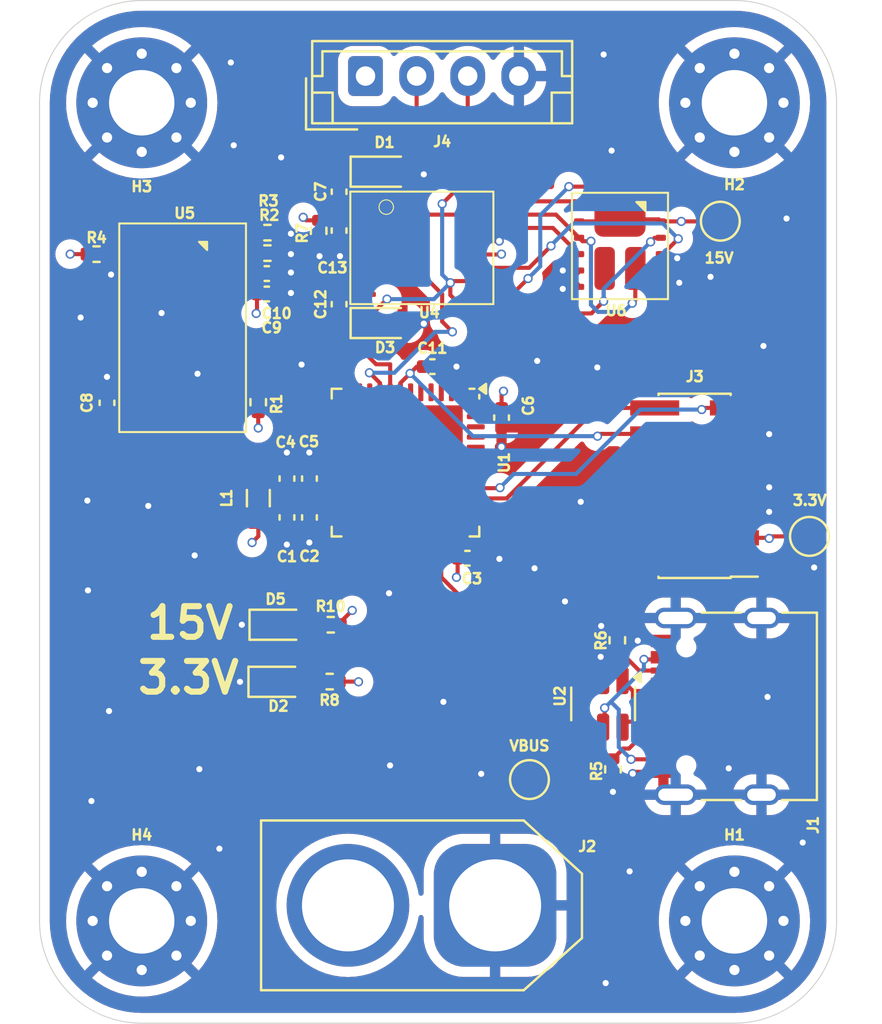
<source format=kicad_pcb>
(kicad_pcb (version 20240108) (generator "pcbnew") (generator_version "8.0")
  (layers (0 "F.Cu" signal) (1 "In1.Cu" signal) (2 "In2.Cu" signal) (31 "B.Cu" signal) (34 "B.Paste" user) (35 "F.Paste" user) (36 "B.SilkS" user "B.Silkscreen") (37 "F.SilkS" user "F.Silkscreen") (38 "B.Mask" user) (39 "F.Mask" user) (44 "Edge.Cuts" user))
  (net 0 "")
  (net 1 "+3.3V")
  (net 2 "GND")
  (net 3 "+3.3VA")
  (net 4 "Net-(U4-BHB)")
  (net 5 "S1{slash}D2")
  (net 6 "+15V")
  (net 7 "Net-(U5-VCC)")
  (net 8 "NRST")
  (net 9 "Net-(U4-AHB)")
  (net 10 "D3{slash}S4")
  (net 12 "VBUS")
  (net 13 "D-")
  (net 14 "Net-(J1-CC2)")
  (net 15 "Net-(J1-CC1)")
  (net 16 "D+")
  (net 18 "SWCLK")
  (net 23 "SWDIO")
  (net 24 "UART_DEBUG_TX")
  (net 25 "UART_DEBUG_RX")
  (net 27 "Net-(U5-FB)")
  (net 28 "Net-(U5-FSW)")
  (net 29 "Net-(U5-PG)")
  (net 37 "TIM2_CH2_PWM")
  (net 41 "TIM2_CH1_PWM")
  (net 49 "USB_DM")
  (net 60 "USB_DP")
  (net 65 "Gate_3")
  (net 67 "Gate_1")
  (net 70 "Gate_2")
  (net 71 "Gate_4")
  (net 72 "Net-(U5-EN)")
  (net 76 "Net-(D2-A)")
  (net 77 "Net-(D5-A)")
  (footprint "Capacitor_SMD:C_0402_1005Metric" (layer "F.Cu") (at 173.65625 55.34875 90)
    (property "Reference" "C7")
    (property "Value" "100n")
  )
  (footprint "Resistor_SMD:R_0402_1005Metric" (layer "F.Cu") (at 173.25 76.52 180)
    (property "Reference" "R10")
    (property "Value" "820")
  )
  (footprint "Diode_SMD:D_0603_1608Metric_Pad1.05x0.95mm_HandSolder" (layer "F.Cu") (at 175.88125 61.76875)
    (property "Reference" "D3")
    (property "Value" "D_Schottky_Small")
  )
  (footprint "Capacitor_SMD:C_0402_1005Metric" (layer "F.Cu") (at 171.10625 69.37375 90)
    (property "Reference" "C4")
    (property "Value" "10n")
  )
  (footprint "Resistor_SMD:R_0402_1005Metric" (layer "F.Cu") (at 170.15 58.35)
    (property "Reference" "R2")
    (property "Value" "137k")
  )
  (footprint "TestPoint:TestPoint_Pad_D1.5mm" (layer "F.Cu") (at 182.97 84.09)
    (property "Reference" "VBUS")
    (property "Value" "TestPoint")
  )
  (footprint "Capacitor_SMD:C_0402_1005Metric" (layer "F.Cu") (at 162.3 65.67 90)
    (property "Reference" "C8")
    (property "Value" "47u")
  )
  (footprint "Connector_AMASS:AMASS_XT60-M_1x02_P7.20mm_Vertical" (layer "F.Cu") (at 181.29 90.24 180)
    (property "Reference" "J2")
    (property "Value" "Conn_01x02")
  )
  (footprint "Resistor_SMD:R_0402_1005Metric" (layer "F.Cu") (at 187.27 77.28 90)
    (property "Reference" "R6")
    (property "Value" "5.1k")
  )
  (footprint "TestPoint:TestPoint_Pad_D1.5mm" (layer "F.Cu") (at 192.31 56.79)
    (property "Reference" "15V")
    (property "Value" "TestPoint")
  )
  (footprint "Capacitor_SMD:C_0402_1005Metric" (layer "F.Cu") (at 173.65625 57.24875 -90)
    (property "Reference" "C13")
    (property "Value" "100n")
  )
  (footprint "Capacitor_SMD:C_0402_1005Metric" (layer "F.Cu") (at 172.20625 71.27375 -90)
    (property "Reference" "C2")
    (property "Value" "100n")
  )
  (footprint "Maker_Library_PCB:171013801" (layer "F.Cu") (at 166 62 180)
    (property "Reference" "U5")
    (property "Value" "~")
  )
  (footprint "MountingHole:MountingHole_3.2mm_M3_Pad_Via" (layer "F.Cu") (at 164 91)
    (property "Reference" "H4")
    (property "Value" "MountingHole_Pad")
  )
  (footprint "MountingHole:MountingHole_3.2mm_M3_Pad_Via" (layer "F.Cu") (at 164 51)
    (property "Reference" "H3")
    (property "Value" "MountingHole_Pad")
  )
  (footprint "Capacitor_SMD:C_0402_1005Metric" (layer "F.Cu") (at 181.60625 66.39375 -90)
    (property "Reference" "C6")
    (property "Value" "100n")
  )
  (footprint "MountingHole:MountingHole_3.2mm_M3_Pad_Via" (layer "F.Cu") (at 193 51)
    (property "Reference" "H2")
    (property "Value" "MountingHole_Pad")
  )
  (footprint "Capacitor_SMD:C_0402_1005Metric" (layer "F.Cu") (at 178.22 63.9)
    (property "Reference" "C11")
    (property "Value" "100n")
  )
  (footprint "Capacitor_SMD:C_0402_1005Metric" (layer "F.Cu") (at 173.65625 60.84875 -90)
    (property "Reference" "C12")
    (property "Value" "100n")
  )
  (footprint "Capacitor_SMD:C_0402_1005Metric" (layer "F.Cu") (at 170.12 60.35)
    (property "Reference" "C9")
    (property "Value" "10u")
  )
  (footprint "LED_SMD:LED_0603_1608Metric" (layer "F.Cu") (at 170.7075 79.31)
    (property "Reference" "D2")
    (property "Value" "RED_LED")
  )
  (footprint "LED_SMD:LED_0603_1608Metric" (layer "F.Cu") (at 170.76 76.52)
    (property "Reference" "D5")
    (property "Value" "RED_LED")
  )
  (footprint "MountingHole:MountingHole_3.2mm_M3_Pad_Via" (layer "F.Cu") (at 193 91)
    (property "Reference" "H1")
    (property "Value" "MountingHole_Pad")
  )
  (footprint "Resistor_SMD:R_0402_1005Metric" (layer "F.Cu") (at 169.7 65.64 90)
    (property "Reference" "R1")
    (property "Value" "402k")
  )
  (footprint "Resistor_SMD:R_0402_1005Metric" (layer "F.Cu") (at 187.055 83.59 -90)
    (property "Reference" "R5")
    (property "Value" "5.1k")
  )
  (footprint "Package_DFN_QFN:QFN-48-1EP_7x7mm_P0.5mm_EP5.6x5.6mm" (layer "F.Cu") (at 176.90625 68.59375 -90)
    (property "Reference" "U1")
    (property "Value" "STM32G431CBUx")
  )
  (footprint "Diode_SMD:D_0603_1608Metric_Pad1.05x0.95mm_HandSolder" (layer "F.Cu") (at 175.88125 54.36875)
    (property "Reference" "D1")
    (property "Value" "D_Schottky_Small")
  )
  (footprint "Resistor_SMD:R_0402_1005Metric" (layer "F.Cu") (at 170.15 57.35)
    (property "Reference" "R3")
    (property "Value" "5.6k")
  )
  (footprint "TestPoint:TestPoint_Pad_D1.5mm" (layer "F.Cu") (at 196.67 72.2)
    (property "Reference" "3.3V")
    (property "Value" "TestPoint")
  )
  (footprint "Resistor_SMD:R_0402_1005Metric" (layer "F.Cu") (at 172.65625 57.25875 -90)
    (property "Reference" "R7")
    (property "Value" "10k")
  )
  (footprint "Connector_USB:USB_C_Receptacle_G-Switch_GT-USB-7010ASV" (layer "F.Cu") (at 193.25 80.51 90)
    (property "Reference" "J1")
    (property "Value" "USB_C_Receptacle_USB2.0_16P")
  )
  (footprint "Capacitor_SMD:C_0402_1005Metric" (layer "F.Cu") (at 172.20625 69.37375 90)
    (property "Reference" "C5")
    (property "Value" "1u")
  )
  (footprint "Maker_Library_PCB:MIC4606-2YTS-TR" (layer "F.Cu") (at 174.45625 58.09375 -90)
    (property "Reference" "U4")
    (property "Value" "~")
  )
  (footprint "Maker_Library_PCB:FDMQ86530L" (layer "F.Cu") (at 187.1 57.8)
    (property "Reference" "U6")
    (property "Value" "~")
  )
  (footprint "Connector_PinHeader_1.27mm:PinHeader_2x07_P1.27mm_Vertical_SMD" (layer "F.Cu") (at 191.05 69.73 180)
    (property "Reference" "J3")
    (property "Value" "Conn_ST_STDC14")
  )
  (footprint "Capacitor_SMD:C_0402_1005Metric" (layer "F.Cu") (at 179.93625 73.26875)
    (property "Reference" "C3")
    (property "Value" "100n")
  )
  (footprint "Capacitor_SMD:C_0402_1005Metric" (layer "F.Cu") (at 171.10625 71.27375 -90)
    (property "Reference" "C1")
    (property "Value" "4u7")
  )
  (footprint "Resistor_SMD:R_0402_1005Metric" (layer "F.Cu") (at 173.1975 79.3 180)
    (property "Reference" "R8")
    (property "Value" "5k6")
  )
  (footprint "Package_TO_SOT_SMD:SOT-23-6" (layer "F.Cu") (at 186.575 80.39 -90)
    (property "Reference" "U2")
    (property "Value" "USBLC6-2SC6")
  )
  (footprint "Resistor_SMD:R_0402_1005Metric" (layer "F.Cu") (at 161.79 58.4)
    (property "Reference" "R4")
    (property "Value" "1M")
  )
  (footprint "Capacitor_SMD:C_0402_1005Metric" (layer "F.Cu") (at 170.12 59.35)
    (property "Reference" "C10")
    (property "Value" "1u")
  )
  (footprint "Inductor_SMD:L_0805_2012Metric" (layer "F.Cu") (at 169.70625 70.33125 90)
    (property "Reference" "L1")
    (property "Value" "39n")
  )
  (footprint "Connector_JST:JST_EH_B4B-EH-A_1x04_P2.50mm_Vertical" (layer "F.Cu") (at 174.95 49.69375)
    (property "Reference" "J4")
    (property "Value" "Conn_01x04")
  )
  (gr_arc (start 193 46) (mid 196.535534 47.464466) (end 198 51) (stroke (width 0.05)) (layer "Edge.Cuts"))
  (gr_arc (start 159 51) (mid 160.464466 47.464466) (end 164 46) (stroke (width 0.05)) (layer "Edge.Cuts"))
  (gr_arc (start 164 96) (mid 160.464466 94.535534) (end 159 91) (stroke (width 0.05)) (layer "Edge.Cuts"))
  (gr_line (start 198 51) (end 198 91) (stroke (width 0.05)) (layer "Edge.Cuts"))
  (gr_line (start 193 96) (end 164 96) (stroke (width 0.05)) (layer "Edge.Cuts"))
  (gr_line (start 164 46) (end 193 46) (stroke (width 0.05)) (layer "Edge.Cuts"))
  (gr_arc (start 198 91) (mid 196.535534 94.535534) (end 193 96) (stroke (width 0.05)) (layer "Edge.Cuts"))
  (gr_line (start 159 91) (end 159 51) (stroke (width 0.05)) (layer "Edge.Cuts"))
  (gr_text "3.3V" (at 163.66 79.99 0) (layer "F.SilkS") (effects (font (size 1.5 1.5) (thickness 0.3) (bold yes)) (justify left bottom)))
  (gr_text "15V\n" (at 164.1 77.31 0) (layer "F.SilkS") (effects (font (size 1.5 1.5) (thickness 0.3) (bold yes)) (justify left bottom)))
  (segment (start 168.1 66.1) (end 169.65 66.1) (width 0.2) (layer "F.Cu") (net 1))
  (segment (start 169.70625 71.39375) (end 169.70625 72.19375) (width 0.2) (layer "F.Cu") (net 1))
  (segment (start 171.10625 70.79375) (end 170.30625 70.79375) (width 0.2) (layer "F.Cu") (net 1))
  (segment (start 173.46875 70.84375) (end 172.25625 70.84375) (width 0.2) (layer "F.Cu") (net 1))
  (segment (start 181.53625 65.84375) (end 181.60625 65.91375) (width 0.2) (layer "F.Cu") (net 1))
  (segment (start 194.8 72.2) (end 194.7 72.3) (width 0.2) (layer "F.Cu") (net 1))
  (segment (start 180.34375 65.84375) (end 181.53625 65.84375) (width 0.2) (layer "F.Cu") (net 1))
  (segment (start 179.15625 72.96875) (end 179.45625 73.26875) (width 0.2) (layer "F.Cu") (net 1))
  (segment (start 193 72.27) (end 194.67 72.27) (width 0.2) (layer "F.Cu") (net 1))
  (segment (start 172.25625 70.84375) (end 172.20625 70.79375) (width 0.2) (layer "F.Cu") (net 1))
  (segment (start 179.15625 72.03125) (end 179.15625 72.96875) (width 0.2) (layer "F.Cu") (net 1))
  (segment (start 169.70625 72.19375) (end 169.4 72.5) (width 0.2) (layer "F.Cu") (net 1))
  (segment (start 179.45625 73.26875) (end 179.45625 74.14375) (width 0.2) (layer "F.Cu") (net 1))
  (segment (start 170.30625 70.79375) (end 169.70625 71.39375) (width 0.2) (layer "F.Cu") (net 1))
  (segment (start 163.9 66.1) (end 168.1 66.1) (width 0.2) (layer "F.Cu") (net 1))
  (segment (start 169.7 66.15) (end 169.7 66.9) (width 0.2) (layer "F.Cu") (net 1))
  (segment (start 179.45625 74.14375) (end 179.4 74.2) (width 0.2) (layer "F.Cu") (net 1))
  (segment (start 169.65 66.1) (end 169.7 66.15) (width 0.2) (layer "F.Cu") (net 1))
  (segment (start 194.67 72.27) (end 194.7 72.3) (width 0.2) (layer "F.Cu") (net 1))
  (segment (start 196.67 72.2) (end 194.8 72.2) (width 0.2) (layer "F.Cu") (net 1))
  (segment (start 172.20625 70.79375) (end 171.10625 70.79375) (width 0.2) (layer "F.Cu") (net 1))
  (segment (start 162.35 66.1) (end 162.3 66.15) (width 0.2) (layer "F.Cu") (net 1))
  (segment (start 173.76 76.3575) (end 174.2975 75.82) (width 0.2) (layer "F.Cu") (net 1))
  (segment (start 181.60625 65.19375) (end 181.7 65.1) (width 0.2) (layer "F.Cu") (net 1))
  (segment (start 181.60625 65.91375) (end 181.60625 65.19375) (width 0.2) (layer "F.Cu") (net 1))
  (segment (start 173.76 76.52) (end 173.76 76.3575) (width 0.2) (layer "F.Cu") (net 1))
  (segment (start 179.65625 65.15625) (end 180.34375 65.84375) (width 0.2) (layer "F.Cu") (net 1))
  (segment (start 163.9 66.1) (end 162.35 66.1) (width 0.2) (layer "F.Cu") (net 1))
  (via (at 194.7 72.3) (size 0.45) (drill 0.3) (layers "F.Cu" "B.Cu") (net 1))
  (via (at 169.7 66.9) (size 0.45) (drill 0.3) (layers "F.Cu" "B.Cu") (net 1))
  (via (at 181.7 65.1) (size 0.45) (drill 0.3) (layers "F.Cu" "B.Cu") (net 1))
  (via (at 179.4 74.2) (size 0.45) (drill 0.3) (layers "F.Cu" "B.Cu") (net 1))
  (via (at 174.2975 75.82) (size 0.45) (drill 0.3) (layers "F.Cu" "B.Cu") (net 1))
  (via (at 169.4 72.5) (size 0.45) (drill 0.3) (layers "F.Cu" "B.Cu") (net 1))
  (segment (start 178.7 63.9) (end 179.4 63.9) (width 0.2) (layer "F.Cu") (net 2))
  (segment (start 172.20625 72.49375) (end 172.2 72.5) (width 0.2) (layer "F.Cu") (net 2))
  (segment (start 162.3 65.19) (end 162.3 64.4) (width 0.2) (layer "F.Cu") (net 2))
  (segment (start 181.483231 57.76875) (end 181.49314 57.758841) (width 0.2) (layer "F.Cu") (net 2))
  (segment (start 173.65625 58.45625) (end 173.7 58.5) (width 0.2) (layer "F.Cu") (net 2))
  (segment (start 184.6 60.1) (end 184.7 60) (width 0.2) (layer "F.Cu") (net 2))
  (segment (start 180.35625 57.76875) (end 181.483231 57.76875) (width 0.2) (layer "F.Cu") (net 2))
  (segment (start 171.10625 68.89375) (end 171.10625 68.10625) (width 0.2) (layer "F.Cu") (net 2))
  (segment (start 162.55 59.35) (end 162.5 59.4) (width 0.2) (layer "F.Cu") (net 2))
  (segment (start 169.92 79.31) (end 168.8075 79.31) (width 0.2) (layer "F.Cu") (net 2))
  (segment (start 171.10625 71.75375) (end 171.10625 72.59375) (width 0.2) (layer "F.Cu") (net 2))
  (segment (start 173.0625 85.47) (end 173.0625 85.0375) (width 0.2) (layer "F.Cu") (net 2))
  (segment (start 172.65625 69.34375) (end 173.46875 69.34375) (width 0.2) (layer "F.Cu") (net 2))
  (segment (start 187.055 84.1) (end 187.055 84.69) (width 0.2) (layer "F.Cu") (net 2))
  (segment (start 188.28 77.31) (end 188.27 77.3) (width 0.2) (layer "F.Cu") (net 2))
  (segment (start 177.76875 61.76875) (end 177.8 61.8) (width 0.2) (layer "F.Cu") (net 2))
  (segment (start 172.20625 71.75375) (end 172.20625 72.49375) (width 0.2) (layer "F.Cu") (net 2))
  (segment (start 188.02 83.8) (end 188.11 83.71) (width 0.2) (layer "F.Cu") (net 2))
  (segment (start 169.9725 76.52) (end 168.8975 76.52) (width 0.2) (layer "F.Cu") (net 2))
  (segment (start 171.25 60.35) (end 171.3 60.3) (width 0.2) (layer "F.Cu") (net 2))
  (segment (start 189.525 77.31) (end 188.28 77.31) (width 0.2) (layer "F.Cu") (net 2))
  (segment (start 186.575 79.2525) (end 186.575 78.21) (width 0.2) (layer "F.Cu") (net 2))
  (segment (start 194.63 69.73) (end 194.7 69.8) (width 0.2) (layer "F.Cu") (net 2))
  (segment (start 171.25 59.35) (end 171.3 59.3) (width 0.2) (layer "F.Cu") (net 2))
  (segment (start 172.20625 68.10625) (end 172.2 68.1) (width 0.2) (layer "F.Cu") (net 2))
  (segment (start 186.67 76.77) (end 186.48 76.58) (width 0.2) (layer "F.Cu") (net 2))
  (segment (start 176.15625 69.34375) (end 176.90625 68.59375) (width 0.2) (layer "F.Cu") (net 2))
  (segment (start 173.65625 57.72875) (end 173.65625 58.45625) (width 0.2) (layer "F.Cu") (net 2))
  (segment (start 180.41625 73.26875) (end 181.46875 73.26875) (width 0.2) (layer "F.Cu") (net 2))
  (segment (start 163.4 59.35) (end 162.55 59.35) (width 0.2) (layer "F.Cu") (net 2))
  (segment (start 194.69 67.19) (end 194.7 67.2) (width 0.2) (layer "F.Cu") (net 2))
  (segment (start 184.6 59.2) (end 185.4 59.2) (width 0.2) (layer "F.Cu") (net 2))
  (segment (start 184.7 60) (end 185.4 60) (width 0.2) (layer "F.Cu") (net 2))
  (segment (start 170.66 57.35) (end 171.25 57.35) (width 0.2) (layer "F.Cu") (net 2))
  (segment (start 176.75625 61.76875) (end 177.76875 61.76875) (width 0.2) (layer "F.Cu") (net 2))
  (segment (start 190.1 60) (end 189.4 60) (width 0.2) (layer "F.Cu") (net 2))
  (segment (start 189.6 59.2) (end 189.4 59.2) (width 0.2) (layer "F.Cu") (net 2))
  (segment (start 170.6 59.35) (end 171.25 59.35) (width 0.2) (layer "F.Cu") (net 2))
  (segment (start 188.11 83.71) (end 189.525 83.71) (width 0.2) (layer "F.Cu") (net 2))
  (segment (start 193 67.19) (end 194.69 67.19) (width 0.2) (layer "F.Cu") (net 2))
  (segment (start 187.27 76.77) (end 186.67 76.77) (width 0.2) (layer "F.Cu") (net 2))
  (segment (start 172.65625 58.45625) (end 172.7 58.5) (width 0.2) (layer "F.Cu") (net 2))
  (segment (start 190.2 58.6) (end 189.6 59.2) (width 0.2) (layer "F.Cu") (net 2))
  (segment (start 193 69.73) (end 194.63 69.73) (width 0.2) (layer "F.Cu") (net 2))
  (segment (start 172.20625 68.89375) (end 172.65625 69.34375) (width 0.2) (layer "F.Cu") (net 2))
  (segment (start 173.46875 69.34375) (end 176.15625 69.34375) (width 0.2) (layer "F.Cu") (net 2))
  (segment (start 181.60625 66.87375) (end 181.60625 67.81875) (width 0.2) (layer "F.Cu") (net 2))
  (segment (start 170.6 60.35) (end 171.25 60.35) (width 0.2) (layer "F.Cu") (net 2))
  (segment (start 172.20625 68.89375) (end 172.20625 68.10625) (width 0.2) (layer "F.Cu") (net 2))
  (segment (start 177.66875 54.36875) (end 177.8 54.5) (width 0.2) (layer "F.Cu") (net 2))
  (segment (start 181.46875 73.26875) (end 181.5 73.3) (width 0.2) (layer "F.Cu") (net 2))
  (segment (start 186.575 78.21) (end 186.455 78.09) (width 0.2) (layer "F.Cu") (net 2))
  (segment (start 170.66 58.35) (end 171.25 58.35) (width 0.2) (layer "F.Cu") (net 2))
  (segment (start 181.60625 67.81875) (end 181.6 67.825) (width 0.2) (layer "F.Cu") (net 2))
  (segment (start 171.10625 68.10625) (end 171.1 68.1) (width 0.2) (layer "F.Cu") (net 2))
  (segment (start 193 71) (end 194.7 71) (width 0.2) (layer "F.Cu") (net 2))
  (segment (start 171.10625 72.59375) (end 171.1 72.6) (width 0.2) (layer "F.Cu") (net 2))
  (segment (start 176.75625 54.36875) (end 177.66875 54.36875) (width 0.2) (layer "F.Cu") (net 2))
  (segment (start 190.3 59.8) (end 190.1 60) (width 0.2) (layer "F.Cu") (net 2))
  (segment (start 172.65625 57.76875) (end 172.65625 58.45625) (width 0.2) (layer "F.Cu") (net 2))
  (segment (start 171.25 57.35) (end 171.3 57.4) (width 0.2) (layer "F.Cu") (net 2))
  (segment (start 171.25 58.35) (end 171.3 58.4) (width 0.2) (layer "F.Cu") (net 2))
  (via (at 164.97 61.28) (size 0.45) (drill 0.3) (layers "F.Cu" "B.Cu") (net 2))
  (via (at 194.62 80.05) (size 0.45) (drill 0.3) (layers "F.Cu" "B.Cu") (net 2))
  (via (at 172.2 72.5) (size 0.45) (drill 0.3) (layers "F.Cu" "B.Cu") (net 2))
  (via (at 168.36 49.03) (size 0.45) (drill 0.3) (layers "F.Cu" "B.Cu") (net 2))
  (via (at 188.27 77.3) (size 0.45) (drill 0.3) (layers "F.Cu" "B.Cu") (net 2))
  (via (at 162.3 64.4) (size 0.45) (drill 0.3) (layers "F.Cu" "B.Cu") (net 2))
  (via (at 183.22 73.76) (size 0.45) (drill 0.3) (layers "F.Cu" "B.Cu") (net 2))
  (via (at 161.37 74.84) (size 0.45) (drill 0.3) (layers "F.Cu" "B.Cu") (net 2))
  (via (at 172.7 58.5) (size 0.45) (drill 0.3) (layers "F.Cu" "B.Cu") (net 2))
  (via (at 171.3 57.4) (size 0.45) (drill 0.3) (layers "F.Cu" "B.Cu") (net 2))
  (via (at 164.32 70.71) (size 0.45) (drill 0.3) (layers "F.Cu" "B.Cu") (net 2))
  (via (at 181.6 67.825) (size 0.45) (drill 0.3) (layers "F.Cu" "B.Cu") (net 2))
  (via (at 171.1 72.6) (size 0.45) (drill 0.3) (layers "F.Cu" "B.Cu") (net 2))
  (via (at 178.76 80.29) (size 0.45) (drill 0.3) (layers "F.Cu" "B.Cu") (net 2))
  (via (at 194.42 62.89) (size 0.45) (drill 0.3) (layers "F.Cu" "B.Cu") (net 2))
  (via (at 162.5 59.4) (size 0.45) (drill 0.3) (layers "F.Cu" "B.Cu") (net 2))
  (via (at 186.6 48.64) (size 0.45) (drill 0.3) (layers "F.Cu" "B.Cu") (net 2))
  (via (at 184.6 59.2) (size 0.45) (drill 0.3) (layers "F.Cu" "B.Cu") (net 2))
  (via (at 161.34 70.45) (size 0.45) (drill 0.3) (layers "F.Cu" "B.Cu") (net 2))
  (via (at 195.55 56.66) (size 0.45) (drill 0.3) (layers "F.Cu" "B.Cu") (net 2))
  (via (at 180.61 83.81) (size 0.45) (drill 0.3) (layers "F.Cu" "B.Cu") (net 2))
  (via (at 162.4 80.74) (size 0.45) (drill 0.3) (layers "F.Cu" "B.Cu") (net 2))
  (via (at 186.455 78.09) (size 0.45) (drill 0.3) (layers "F.Cu" "B.Cu") (net 2))
  (via (at 184.6 60.1) (size 0.45) (drill 0.3) (layers "F.Cu" "B.Cu") (net 2))
  (via (at 192.72 83.54) (size 0.45) (drill 0.3) (layers "F.Cu" "B.Cu") (net 2))
  (via (at 177.8 61.8) (size 0.45) (drill 0.3) (layers "F.Cu" "B.Cu") (net 2))
  (via (at 172.2 68.1) (size 0.45) (drill 0.3) (layers "F.Cu" "B.Cu") (net 2))
  (via (at 181.49314 57.758841) (size 0.45) (drill 0.3) (layers "F.Cu" "B.Cu") (net 2))
  (via (at 171.1 68.1) (size 0.45) (drill 0.3) (layers "F.Cu" "B.Cu") (net 2))
  (via (at 171.3 58.4) (size 0.45) (drill 0.3) (layers "F.Cu" "B.Cu") (net 2))
  (via (at 177.8 54.5) (size 0.45) (drill 0.3) (layers "F.Cu" "B.Cu") (net 2))
  (via (at 167.8 87.47) (size 0.45) (drill 0.3) (layers "F.Cu" "B.Cu") (net 2))
  (via (at 166.82 83.58) (size 0.45) (drill 0.3) (layers "F.Cu" "B.Cu") (net 2))
  (via (at 194.7 69.8) (size 0.45) (drill 0.3) (layers "F.Cu" "B.Cu") (net 2))
  (via (at 184.709244 75.381408) (size 0.45) (drill 0.3) (layers "F.Cu" "B.Cu") (net 2))
  (via (at 181.5 73.3) (size 0.45) (drill 0.3) (layers "F.Cu" "B.Cu") (net 2))
  (via (at 186.99 53.34) (size 0.45) (drill 0.3) (layers "F.Cu" "B.Cu") (net 2))
  (via (at 173.7 58.5) (size 0.45) (drill 0.3) (layers "F.Cu" "B.Cu") (net 2))
  (via (at 186.7 94.04) (size 0.45) (drill 0.3) (layers "F.Cu" "B.Cu") (net 2))
  (via (at 166.73 64.25) (size 0.45) (drill 0.3) (layers "F.Cu" "B.Cu") (net 2))
  (via (at 194.7 67.2) (size 0.45) (drill 0.3) (layers "F.Cu" "B.Cu") (net 2))
  (via (at 171.3 60.3) (size 0.45) (drill 0.3) (layers "F.Cu" "B.Cu") (net 2))
  (via (at 176.15 83.4) (size 0.45) (drill 0.3) (layers "F.Cu" "B.Cu") (net 2))
  (via (at 171.82 63.8) (size 0.45) (drill 0.3) (layers "F.Cu" "B.Cu") (net 2))
  (via (at 190.3 59.8) (size 0.45) (drill 0.3) (layers "F.Cu" "B.Cu") (net 2))
  (via (at 168.8975 76.52) (size 0.45) (drill 0.3) (layers "F.Cu" "B.Cu") (net 2))
  (via (at 161.01 61.5) (size 0.45) (drill 0.3) (layers "F.Cu" "B.Cu") (net 2))
  (via (at 187.871109 88.57834) (size 0.45) (drill 0.3) (layers "F.Cu" "B.Cu") (net 2))
  (via (at 196.9 73.72) (size 0.45) (drill 0.3) (layers "F.Cu" "B.Cu") (net 2))
  (via (at 166.59 73.13) (size 0.45) (drill 0.3) (layers "F.Cu" "B.Cu") (net 2))
  (via (at 186.48 76.58) (size 0.45) (drill 0.3) (layers "F.Cu" "B.Cu") (net 2))
  (via (at 187.055 84.69) (size 0.45) (drill 0.3) (layers "F.Cu" "B.Cu") (net 2))
  (via (at 186.29 63.94) (size 0.45) (drill 0.3) (layers "F.Cu" "B.Cu") (net 2))
  (via (at 194.7 71) (size 0.45) (drill 0.3) (layers "F.Cu" "B.Cu") (net 2))
  (via (at 168.5 53.08) (size 0.45) (drill 0.3) (layers "F.Cu" "B.Cu") (net 2))
  (via (at 196.34 87.17) (size 0.45) (drill 0.3) (layers "F.Cu" "B.Cu") (net 2))
  (via (at 185.48 70.51) (size 0.45) (drill 0.3) (layers "F.Cu" "B.Cu") (net 2))
  (via (at 168.8075 79.31) (size 0.45) (drill 0.3) (layers "F.Cu" "B.Cu") (net 2))
  (via (at 176.1 74.98) (size 0.45) (drill 0.3) (layers "F.Cu" "B.Cu") (net 2))
  (via (at 161.54 85.14) (size 0.45) (drill 0.3) (layers "F.Cu" "B.Cu") (net 2))
  (via (at 179.4 63.9) (size 0.45) (drill 0.3) (layers "F.Cu" "B.Cu") (net 2))
  (via (at 170.82 53.67) (size 0.45) (drill 0.3) (layers "F.Cu" "B.Cu") (net 2))
  (via (at 171.3 59.3) (size 0.45) (drill 0.3) (layers "F.Cu" "B.Cu") (net 2))
  (via (at 188.02 83.8) (size 0.45) (drill 0.3) (layers "F.Cu" "B.Cu") (net 2))
  (via (at 191.83 59.51) (size 0.45) (drill 0.3) (layers "F.Cu" "B.Cu") (net 2))
  (via (at 183.35 63.62) (size 0.45) (drill 0.3) (layers "F.Cu" "B.Cu") (net 2))
  (via (at 190.2 58.6) (size 0.45) (drill 0.3) (layers "F.Cu" "B.Cu") (net 2))
  (segment (start 173.45875 69.85375) (end 173.46875 69.84375) (width 0.2) (layer "F.Cu") (net 3))
  (segment (start 172.20625 69.85375) (end 173.45875 69.85375) (width 0.2) (layer "F.Cu") (net 3))
  (segment (start 169.70625 69.26875) (end 170.52125 69.26875) (width 0.2) (layer "F.Cu") (net 3))
  (segment (start 170.52125 69.26875) (end 171.10625 69.85375) (width 0.2) (layer "F.Cu") (net 3))
  (segment (start 171.10625 69.85375) (end 172.20625 69.85375) (width 0.2) (layer "F.Cu") (net 3))
  (segment (start 173.65625 55.82875) (end 174.94625 55.82875) (width 0.2) (layer "F.Cu") (net 4))
  (segment (start 174.94625 55.82875) (end 174.95625 55.81875) (width 0.2) (layer "F.Cu") (net 4))
  (segment (start 177.45 49.69375) (end 177.45 51.925) (width 0.2) (layer "F.Cu") (net 5))
  (segment (start 180.35625 56.46875) (end 184.26875 56.46875) (width 0.2) (layer "F.Cu") (net 5))
  (segment (start 176.78125 56.46875) (end 180.35625 56.46875) (width 0.2) (layer "F.Cu") (net 5))
  (segment (start 174.15625 54.36875) (end 173.65625 54.86875) (width 0.2) (layer "F.Cu") (net 5))
  (segment (start 188.15 60.65) (end 188 60.8) (width 0.2) (layer "F.Cu") (net 5))
  (segment (start 175.00625 54.36875) (end 175.00625 54.69375) (width 0.2) (layer "F.Cu") (net 5))
  (segment (start 185.569503 57.769503) (end 185.4 57.6) (width 0.2) (layer "F.Cu") (net 5))
  (segment (start 184.26875 56.46875) (end 185.4 57.6) (width 0.2) (layer "F.Cu") (net 5))
  (segment (start 177.45 51.925) (end 175.00625 54.36875) (width 0.2) (layer "F.Cu") (net 5))
  (segment (start 175.00625 54.69375) (end 176.78125 56.46875) (width 0.2) (layer "F.Cu") (net 5))
  (segment (start 188.15 59.1) (end 188.15 60.65) (width 0.2) (layer "F.Cu") (net 5))
  (segment (start 175.00625 54.36875) (end 174.15625 54.36875) (width 0.2) (layer "F.Cu") (net 5))
  (segment (start 185.97904 57.769503) (end 185.569503 57.769503) (width 0.2) (layer "F.Cu") (net 5))
  (via (at 185.97904 57.769503) (size 0.45) (drill 0.3) (layers "F.Cu" "B.Cu") (net 5))
  (via (at 188 60.8) (size 0.45) (drill 0.3) (layers "F.Cu" "B.Cu") (net 5))
  (segment (start 188 60.8) (end 187.575 61.225) (width 0.2) (layer "B.Cu") (net 5))
  (segment (start 187.575 61.225) (end 186.325 61.225) (width 0.2) (layer "B.Cu") (net 5))
  (segment (start 186.325 61.225) (end 185.97904 60.87904) (width 0.2) (layer "B.Cu") (net 5))
  (segment (start 185.97904 60.87904) (end 185.97904 57.769503) (width 0.2) (layer "B.Cu") (net 5))
  (segment (start 169.64 60.35) (end 168.6 60.35) (width 0.2) (layer "F.Cu") (net 6))
  (segment (start 180.35625 58.41875) (end 181.58125 58.41875) (width 0.2) (layer "F.Cu") (net 6))
  (segment (start 173.95625 56.46875) (end 173.65625 56.76875) (width 0.2) (layer "F.Cu") (net 6))
  (segment (start 172.04875 56.74875) (end 171.9 56.6) (width 0.2) (layer "F.Cu") (net 6))
  (segment (start 161.28 58.4) (end 160.5 58.4) (width 0.2) (layer "F.Cu") (net 6))
  (segment (start 174.5975 79.3) (end 174.6075 79.31) (width 0.2) (layer "F.Cu") (net 6))
  (segment (start 173.65625 56.76875) (end 172.67625 56.76875) (width 0.2) (layer "F.Cu") (net 6))
  (segment (start 189.4 56.8) (end 190.4 56.8) (width 0.2) (layer "F.Cu") (net 6))
  (segment (start 172.65625 56.74875) (end 172.04875 56.74875) (width 0.2) (layer "F.Cu") (net 6))
  (segment (start 169.64 61.26) (end 169.6 61.3) (width 0.2) (layer "F.Cu") (net 6))
  (segment (start 189.3 56.7) (end 189.4 56.8) (width 0.2) (layer "F.Cu") (net 6))
  (segment (start 185.4 56.8) (end 187.3 56.8) (width 0.2) (layer "F.Cu") (net 6))
  (segment (start 190.4 56.8) (end 192.3 56.8) (width 0.2) (layer "F.Cu") (net 6))
  (segment (start 174.95625 56.46875) (end 173.95625 56.46875) (width 0.2) (layer "F.Cu") (net 6))
  (segment (start 168.6 61.35) (end 168.6 60.35) (width 0.2) (layer "F.Cu") (net 6))
  (segment (start 181.58125 58.41875) (end 181.6 58.4) (width 0.2) (layer "F.Cu") (net 6))
  (segment (start 187.4 56.7) (end 189.3 56.7) (width 0.2) (layer "F.Cu") (net 6))
  (segment (start 169.64 60.35) (end 169.64 61.26) (width 0.2) (layer "F.Cu") (net 6))
  (segment (start 192.3 56.8) (end 192.31 56.79) (width 0.2) (layer "F.Cu") (net 6))
  (segment (start 173.7075 79.3) (end 174.5975 79.3) (width 0.2) (layer "F.Cu") (net 6))
  (segment (start 187.3 56.8) (end 187.4 56.7) (width 0.2) (layer "F.Cu") (net 6))
  (via (at 190.4 56.8) (size 0.45) (drill 0.3) (layers "F.Cu" "B.Cu") (net 6))
  (via (at 160.5 58.4) (size 0.45) (drill 0.3) (layers "F.Cu" "B.Cu") (net 6))
  (via (at 171.9 56.6) (size 0.45) (drill 0.3) (layers "F.Cu" "B.Cu") (net 6))
  (via (at 181.6 58.4) (size 0.45) (drill 0.3) (layers "F.Cu" "B.Cu") (net 6))
  (via (at 174.6075 79.31) (size 0.45) (drill 0.3) (layers "F.Cu" "B.Cu") (net 6))
  (via (at 169.6 61.3) (size 0.45) (drill 0.3) (layers "F.Cu" "B.Cu") (net 6))
  (segment (start 169.64 59.35) (end 168.6 59.35) (width 0.2) (layer "F.Cu") (net 7))
  (segment (start 186.41 67.19) (end 189.1 67.19) (width 0.2) (layer "F.Cu") (net 8))
  (segment (start 176.65625 64.704364) (end 177.460614 63.9) (width 0.2) (layer "F.Cu") (net 8))
  (segment (start 177.460614 63.9) (end 177.74 63.9) (width 0.2) (layer "F.Cu") (net 8))
  (segment (start 176.65625 65.15625) (end 176.65625 64.704364) (width 0.2) (layer "F.Cu") (net 8))
  (segment (start 186.3 67.3) (end 186.41 67.19) (width 0.2) (layer "F.Cu") (net 8))
  (via (at 186.3 67.3) (size 0.45) (drill 0.3) (layers "F.Cu" "B.Cu") (net 8))
  (via (at 177.130307 64.230307) (size 0.45) (drill 0.3) (layers "F.Cu" "B.Cu") (net 8))
  (segment (start 177.130307 64.230307) (end 180.2 67.3) (width 0.2) (layer "B.Cu") (net 8))
  (segment (start 180.2 67.3) (end 186.3 67.3) (width 0.2) (layer "B.Cu") (net 8))
  (segment (start 173.65625 60.36875) (end 174.95625 60.36875) (width 0.2) (layer "F.Cu") (net 9))
  (segment (start 186.6 60.7) (end 186.6 59.15) (width 0.2) (layer "F.Cu") (net 10))
  (segment (start 179.1 59.8) (end 179.1 60.4) (width 0.2) (layer "F.Cu") (net 10))
  (segment (start 173.65625 61.32875) (end 174.56625 61.32875) (width 0.2) (layer "F.Cu") (net 10))
  (segment (start 179.95 54.69375) (end 178.7 55.94375) (width 0.2) (layer "F.Cu") (net 10))
  (segment (start 174.56625 61.32875) (end 175.00625 61.76875) (width 0.2) (layer "F.Cu") (net 10))
  (segment (start 179.1 59.8) (end 179.18125 59.71875) (width 0.2) (layer "F.Cu") (net 10))
  (segment (start 189.1 57.6) (end 188.9 57.8) (width 0.2) (layer "F.Cu") (net 10))
  (segment (start 175.00625 61.76875) (end 175.00625 61.59375) (width 0.2) (layer "F.Cu") (net 10))
  (segment (start 180 61.3) (end 186 61.3) (width 0.2) (layer "F.Cu") (net 10))
  (segment (start 179.1 60.4) (end 180 61.3) (width 0.2) (layer "F.Cu") (net 10))
  (segment (start 175.00625 61.59375) (end 176 60.6) (width 0.2) (layer "F.Cu") (net 10))
  (segment (start 186 61.3) (end 186.6 60.7) (width 0.2) (layer "F.Cu") (net 10))
  (segment (start 179.1 59.8) (end 179.1 59.875001) (width 0.2) (layer "F.Cu") (net 10))
  (segment (start 189.4 57.6) (end 189.1 57.6) (width 0.2) (layer "F.Cu") (net 10))
  (segment (start 179.18125 59.71875) (end 180.35625 59.71875) (width 0.2) (layer "F.Cu") (net 10))
  (segment (start 179.95 49.69375) (end 179.95 54.69375) (width 0.2) (layer "F.Cu") (net 10))
  (segment (start 186.6 59.15) (end 186.65 59.1) (width 0.2) (layer "F.Cu") (net 10))
  (via (at 178.7 55.94375) (size 0.45) (drill 0.3) (layers "F.Cu" "B.Cu") (net 10))
  (via (at 176 60.6) (size 0.45) (drill 0.3) (layers "F.Cu" "B.Cu") (net 10))
  (via (at 188.9 57.8) (size 0.45) (drill 0.3) (layers "F.Cu" "B.Cu") (net 10))
  (via (at 186.6 60.7) (size 0.45) (drill 0.3) (layers "F.Cu" "B.Cu") (net 10))
  (via (at 179.1 59.8) (size 0.45) (drill 0.3) (layers "F.Cu" "B.Cu") (net 10))
  (segment (start 188.9 57.8) (end 186.6 60.1) (width 0.2) (layer "B.Cu") (net 10))
  (segment (start 178.7 59.4) (end 178.7 55.94375) (width 0.2) (layer "B.Cu") (net 10))
  (segment (start 178.3 60.6) (end 176 60.6) (width 0.2) (layer "B.Cu") (net 10))
  (segment (start 179.1 59.8) (end 178.7 59.4) (width 0.2) (layer "B.Cu") (net 10))
  (segment (start 179.1 59.8) (end 178.3 60.6) (width 0.2) (layer "B.Cu") (net 10))
  (segment (start 186.6 60.1) (end 186.6 60.7) (width 0.2) (layer "B.Cu") (net 10))
  (segment (start 188.01 83.03) (end 188.04 83.03) (width 0.2) (layer "F.Cu") (net 12))
  (segment (start 182.97 84.09) (end 184.365552 84.09) (width 0.2) (layer "F.Cu") (net 12))
  (segment (start 187.94 83.1) (end 188.01 83.03) (width 0.2) (layer "F.Cu") (net 12))
  (segment (start 186.575 81.880552) (end 186.575 81.5275) (width 0.2) (layer "F.Cu") (net 12))
  (segment (start 189.335 83.1) (end 189.525 82.91) (width 0.2) (layer "F.Cu") (net 12))
  (segment (start 187.94 83.1) (end 189.335 83.1) (width 0.2) (layer "F.Cu") (net 12))
  (segment (start 186.65 80.59) (end 186.65 81.4525) (width 0.2) (layer "F.Cu") (net 12))
  (segment (start 188.573732 78.216268) (end 189.418732 78.216268) (width 0.2) (layer "F.Cu") (net 12))
  (segment (start 189.418732 78.216268) (end 189.525 78.11) (width 0.2) (layer "F.Cu") (net 12))
  (segment (start 184.365552 84.09) (end 186.575 81.880552) (width 0.2) (layer "F.Cu") (net 12))
  (segment (start 186.65 81.4525) (end 186.575 81.5275) (width 0.2) (layer "F.Cu") (net 12))
  (via (at 187.94 83.1) (size 0.45) (drill 0.3) (layers "F.Cu" "B.Cu") (net 12))
  (via (at 188.573732 78.216268) (size 0.45) (drill 0.3) (layers "F.Cu" "B.Cu") (net 12))
  (via (at 186.65 80.59) (size 0.45) (drill 0.3) (layers "F.Cu" "B.Cu") (net 12))
  (segment (start 188.573732 78.216268) (end 188.57 78.22) (width 0.2) (layer "B.Cu") (net 12))
  (segment (start 188.57 78.22) (end 188.57 78.67) (width 0.2) (layer "B.Cu") (net 12))
  (segment (start 188.57 78.67) (end 186.955 80.285) (width 0.2) (layer "B.Cu") (net 12))
  (segment (start 187.34 82.5) (end 187.34 80.67) (width 0.2) (layer "B.Cu") (net 12))
  (segment (start 187.34 80.67) (end 186.955 80.285) (width 0.2) (layer "B.Cu") (net 12))
  (segment (start 187.94 83.1) (end 187.34 82.5) (width 0.2) (layer "B.Cu") (net 12))
  (segment (start 186.955 80.285) (end 186.65 80.59) (width 0.2) (layer "B.Cu") (net 12))
  (segment (start 190.3 81.26) (end 190.55 81.01) (width 0.2) (layer "F.Cu") (net 13))
  (segment (start 187.525 81.5275) (end 187.7925 81.26) (width 0.2) (layer "F.Cu") (net 13))
  (segment (start 189.525 81.26) (end 190.3 81.26) (width 0.2) (layer "F.Cu") (net 13))
  (segment (start 190.395 80.26) (end 189.525 80.26) (width 0.2) (layer "F.Cu") (net 13))
  (segment (start 190.55 80.415) (end 190.395 80.26) (width 0.2) (layer "F.Cu") (net 13))
  (segment (start 190.55 81.01) (end 190.55 80.415) (width 0.2) (layer "F.Cu") (net 13))
  (segment (start 187.7925 81.26) (end 189.525 81.26) (width 0.2) (layer "F.Cu") (net 13))
  (segment (start 187.365552 77.79) (end 188.335552 78.76) (width 0.2) (layer "F.Cu") (net 14))
  (segment (start 187.27 77.79) (end 187.365552 77.79) (width 0.2) (layer "F.Cu") (net 14))
  (segment (start 188.335552 78.76) (end 189.525 78.76) (width 0.2) (layer "F.Cu") (net 14))
  (segment (start 187.84 82.575) (end 188.655 81.76) (width 0.2) (layer "F.Cu") (net 15))
  (segment (start 188.655 81.76) (end 189.525 81.76) (width 0.2) (layer "F.Cu") (net 15))
  (segment (start 187.055 83.08) (end 187.56 82.575) (width 0.2) (layer "F.Cu") (net 15))
  (segment (start 187.56 82.575) (end 187.84 82.575) (width 0.2) (layer "F.Cu") (net 15))
  (segment (start 189.525 79.76) (end 188.0325 79.76) (width 0.2) (layer "F.Cu") (net 16))
  (segment (start 189.525 80.76) (end 188.655 80.76) (width 0.2) (layer "F.Cu") (net 16))
  (segment (start 188.0325 79.76) (end 187.525 79.2525) (width 0.2) (layer "F.Cu") (net 16))
  (segment (start 188.0325 80.1375) (end 188.0325 79.76) (width 0.2) (layer "F.Cu") (net 16))
  (segment (start 188.655 80.76) (end 188.0325 80.1375) (width 0.2) (layer "F.Cu") (net 16))
  (segment (start 189.1 71) (end 188.75625 71.34375) (width 0.2) (layer "F.Cu") (net 18))
  (segment (start 188.75625 71.34375) (end 180.34375 71.34375) (width 0.2) (layer "F.Cu") (net 18))
  (segment (start 179.895 72.27) (end 189.1 72.27) (width 0.2) (layer "F.Cu") (net 23))
  (segment (start 179.65625 72.03125) (end 179.895 72.27) (width 0.2) (layer "F.Cu") (net 23))
  (segment (start 186.28 65.92) (end 181.85625 70.34375) (width 0.2) (layer "F.Cu") (net 24))
  (segment (start 189.1 65.92) (end 186.28 65.92) (width 0.2) (layer "F.Cu") (net 24))
  (segment (start 181.85625 70.34375) (end 180.34375 70.34375) (width 0.2) (layer "F.Cu") (net 24))
  (segment (start 193 65.92) (end 191.48 65.92) (width 0.2) (layer "F.Cu") (net 25))
  (segment (start 191.48 65.92) (end 191.4 66) (width 0.2) (layer "F.Cu") (net 25))
  (segment (start 181.503768 69.84375) (end 181.528768 69.81875) (width 0.2) (layer "F.Cu") (net 25))
  (segment (start 180.34375 69.84375) (end 181.503768 69.84375) (width 0.2) (layer "F.Cu") (net 25))
  (via (at 181.528768 69.81875) (size 0.45) (drill 0.3) (layers "F.Cu" "B.Cu") (net 25))
  (via (at 191.4 66) (size 0.45) (drill 0.3) (layers "F.Cu" "B.Cu") (net 25))
  (segment (start 188.4 66) (end 191.4 66) (width 0.2) (layer "B.Cu") (net 25))
  (segment (start 181.528768 69.81875) (end 182.199057 69.148461) (width 0.2) (layer "B.Cu") (net 25))
  (segment (start 182.199057 69.148461) (end 185.251539 69.148461) (width 0.2) (layer "B.Cu") (net 25))
  (segment (start 185.251539 69.148461) (end 188.4 66) (width 0.2) (layer "B.Cu") (net 25))
  (segment (start 169.64 58.35) (end 168.6 58.35) (width 0.2) (layer "F.Cu") (net 27))
  (segment (start 169.7 65.13) (end 168.05 63.48) (width 0.2) (layer "F.Cu") (net 27))
  (segment (start 168.05 58.9) (end 168.6 58.35) (width 0.2) (layer "F.Cu") (net 27))
  (segment (start 168.05 63.48) (end 168.05 58.9) (width 0.2) (layer "F.Cu") (net 27))
  (segment (start 169.64 57.35) (end 168.6 57.35) (width 0.2) (layer "F.Cu") (net 28))
  (segment (start 163.4 58.35) (end 162.35 58.35) (width 0.2) (layer "F.Cu") (net 29))
  (segment (start 162.35 58.35) (end 162.3 58.4) (width 0.2) (layer "F.Cu") (net 29))
  (segment (start 175.151886 64.2) (end 175.65625 64.704364) (width 0.2) (layer "F.Cu") (net 37))
  (segment (start 175.14 64.2) (end 175.151886 64.2) (width 0.2) (layer "F.Cu") (net 37))
  (segment (start 179.2 62.2) (end 178.7 61.7) (width 0.2) (layer "F.Cu") (net 37))
  (segment (start 175.456249 57.11875) (end 174.95625 57.11875) (width 0.2) (layer "F.Cu") (net 37))
  (segment (start 178.7 61.7) (end 178.7 60.362501) (width 0.2) (layer "F.Cu") (net 37))
  (segment (start 178.7 60.362501) (end 175.456249 57.11875) (width 0.2) (layer "F.Cu") (net 37))
  (segment (start 175.65625 64.704364) (end 175.65625 65.15625) (width 0.2) (layer "F.Cu") (net 37))
  (via (at 179.2 62.2) (size 0.45) (drill 0.3) (layers "F.Cu" "B.Cu") (net 37))
  (via (at 175.14 64.2) (size 0.45) (drill 0.3) (layers "F.Cu" "B.Cu") (net 37))
  (segment (start 176.36 64.2) (end 178.36 62.2) (width 0.2) (layer "B.Cu") (net 37))
  (segment (start 175.14 64.2) (end 176.36 64.2) (width 0.2) (layer "B.Cu") (net 37))
  (segment (start 178.36 62.2) (end 179.2 62.2) (width 0.2) (layer "B.Cu") (net 37))
  (segment (start 174.593668 59.06875) (end 174.95625 59.06875) (width 0.2) (layer "F.Cu") (net 41))
  (segment (start 172.8 62.2) (end 172.8 60) (width 0.2) (layer "F.Cu") (net 41))
  (segment (start 174.9775 59.09) (end 174.95625 59.06875) (width 0.2) (layer "F.Cu") (net 41))
  (segment (start 174.682463 63) (end 173.6 63) (width 0.2) (layer "F.Cu") (net 41))
  (segment (start 175.469622 63.787159) (end 174.682463 63) (width 0.2) (layer "F.Cu") (net 41))
  (segment (start 176.15625 65.15625) (end 176.15625 63.787159) (width 0.2) (layer "F.Cu") (net 41))
  (segment (start 172.8 60) (end 173.2 59.6) (width 0.2) (layer "F.Cu") (net 41))
  (segment (start 176.15625 63.787159) (end 175.469622 63.787159) (width 0.2) (layer "F.Cu") (net 41))
  (segment (start 173.2 59.6) (end 174.062418 59.6) (width 0.2) (layer "F.Cu") (net 41))
  (segment (start 174.062418 59.6) (end 174.593668 59.06875) (width 0.2) (layer "F.Cu") (net 41))
  (segment (start 173.6 63) (end 172.8 62.2) (width 0.2) (layer "F.Cu") (net 41))
  (segment (start 180.990625 77.532536) (end 180.919913 77.603245) (width 0.2) (layer "F.Cu") (net 49))
  (segment (start 179.731974 76.754717) (end 179.647121 76.669864) (width 0.2) (layer "F.Cu") (net 49))
  (segment (start 185.625 81.5275) (end 185.325001 81.5275) (width 0.2) (layer "F.Cu") (net 49))
  (segment (start 178.78445 74.986949) (end 178.194046 74.396545) (width 0.2) (layer "F.Cu") (net 49))
  (segment (start 178.15625 74.358749) (end 178.15625 72.03125) (width 0.2) (layer "F.Cu") (net 49))
  (segment (start 180.56636 76.768859) (end 180.481508 76.684007) (width 0.2) (layer "F.Cu") (net 49))
  (segment (start 180.49565 77.178981) (end 180.566359 77.108269) (width 0.2) (layer "F.Cu") (net 49))
  (segment (start 180.142096 76.684007) (end 180.071384 76.754716) (width 0.2) (layer "F.Cu") (net 49))
  (segment (start 179.717831 75.92033) (end 179.632979 75.835478) (width 0.2) (layer "F.Cu") (net 49))
  (segment (start 179.293567 75.835478) (end 179.222855 75.906187) (width 0.2) (layer "F.Cu") (net 49))
  (segment (start 178.194046 74.396545) (end 178.15625 74.358749) (width 0.2) (layer "F.Cu") (net 49))
  (segment (start 179.647121 76.330452) (end 179.71783 76.25974) (width 0.2) (layer "F.Cu") (net 49))
  (segment (start 178.883445 75.906188) (end 178.798592 75.821335) (width 0.2) (layer "F.Cu") (net 49))
  (segment (start 180.580503 77.603246) (end 180.49565 77.518393) (width 0.2) (layer "F.Cu") (net 49))
  (segment (start 185.325001 81.5275) (end 181.330037 77.532536) (width 0.2) (layer "F.Cu") (net 49))
  (segment (start 178.869302 75.071801) (end 178.78445 74.986949) (width 0.2) (layer "F.Cu") (net 49))
  (segment (start 178.798592 75.481923) (end 178.869301 75.411211) (width 0.2) (layer "F.Cu") (net 49))
  (arc (start 180.49565 77.518393) (mid 180.425354 77.348686) (end 180.49565 77.178981) (width 0.2) (layer "F.Cu") (net 49))
  (arc (start 179.71783 76.25974) (mid 179.788126 76.090035) (end 179.717831 75.92033) (width 0.2) (layer "F.Cu") (net 49))
  (arc (start 180.071384 76.754716) (mid 179.901679 76.825012) (end 179.731974 76.754717) (width 0.2) (layer "F.Cu") (net 49))
  (arc (start 180.481508 76.684007) (mid 180.311801 76.613711) (end 180.142096 76.684007) (width 0.2) (layer "F.Cu") (net 49))
  (arc (start 179.632979 75.835478) (mid 179.463272 75.765182) (end 179.293567 75.835478) (width 0.2) (layer "F.Cu") (net 49))
  (arc (start 180.566359 77.108269) (mid 180.636655 76.938564) (end 180.56636 76.768859) (width 0.2) (layer "F.Cu") (net 49))
  (arc (start 180.919913 77.603245) (mid 180.750208 77.673541) (end 180.580503 77.603246) (width 0.2) (layer "F.Cu") (net 49))
  (arc (start 178.798592 75.821335) (mid 178.728296 75.651628) (end 178.798592 75.481923) (width 0.2) (layer "F.Cu") (net 49))
  (arc (start 181.330037 77.532536) (mid 181.16033 77.46224) (end 180.990625 77.532536) (width 0.2) (layer "F.Cu") (net 49))
  (arc (start 178.869301 75.411211) (mid 178.939597 75.241506) (end 178.869302 75.071801) (width 0.2) (layer "F.Cu") (net 49))
  (arc (start 179.647121 76.669864) (mid 179.576825 76.500157) (end 179.647121 76.330452) (width 0.2) (layer "F.Cu") (net 49))
  (arc (start 179.222855 75.906187) (mid 179.05315 75.976483) (end 178.883445 75.906188) (width 0.2) (layer "F.Cu") (net 49))
  (segment (start 181.110239 76.188839) (end 181.289844 76.009233) (width 0.2) (layer "F.Cu") (net 60))
  (segment (start 183.429551 78.508151) (end 183.609156 78.328545) (width 0.2) (layer "F.Cu") (net 60))
  (segment (start 180.066548 75.60901) (end 179.950583 75.493046) (width 0.2) (layer "F.Cu") (net 60))
  (segment (start 181.869672 76.589061) (end 181.690066 76.768666) (width 0.2) (layer "F.Cu") (net 60))
  (segment (start 183.029328 77.748717) (end 182.849722 77.928322) (width 0.2) (layer "F.Cu") (net 60))
  (segment (start 179.950583 75.493046) (end 179.899922 75.442385) (width 0.2) (layer "F.Cu") (net 60))
  (segment (start 179.899922 75.442385) (end 178.65625 74.198713) (width 0.2) (layer "F.Cu") (net 60))
  (segment (start 178.65625 74.198713) (end 178.65625 72.03125) (width 0.2) (layer "F.Cu") (net 60))
  (segment (start 183.710037 79.2525) (end 183.429551 78.972014) (width 0.2) (layer "F.Cu") (net 60))
  (segment (start 182.269895 77.348495) (end 182.4495 77.168889) (width 0.2) (layer "F.Cu") (net 60))
  (segment (start 181.226204 76.768666) (end 181.110239 76.652702) (width 0.2) (layer "F.Cu") (net 60))
  (segment (start 181.289844 75.545371) (end 181.173878 75.429405) (width 0.2) (layer "F.Cu") (net 60))
  (segment (start 182.38586 77.928322) (end 182.269895 77.812358) (width 0.2) (layer "F.Cu") (net 60))
  (segment (start 180.710016 75.429405) (end 180.53041 75.60901) (width 0.2) (layer "F.Cu") (net 60))
  (segment (start 183.609156 77.864683) (end 183.49319 77.748717) (width 0.2) (layer "F.Cu") (net 60))
  (segment (start 185.625 79.2525) (end 183.710037 79.2525) (width 0.2) (layer "F.Cu") (net 60))
  (segment (start 182.4495 76.705027) (end 182.333534 76.589061) (width 0.2) (layer "F.Cu") (net 60))
  (arc (start 183.429551 78.972014) (mid 183.333481 78.740083) (end 183.429551 78.508151) (width 0.2) (layer "F.Cu") (net 60))
  (arc (start 181.173878 75.429405) (mid 180.941947 75.333336) (end 180.710016 75.429405) (width 0.2) (layer "F.Cu") (net 60))
  (arc (start 182.4495 77.168889) (mid 182.545569 76.936958) (end 182.4495 76.705027) (width 0.2) (layer "F.Cu") (net 60))
  (arc (start 182.849722 77.928322) (mid 182.617791 78.024391) (end 182.38586 77.928322) (width 0.2) (layer "F.Cu") (net 60))
  (arc (start 181.110239 76.652702) (mid 181.014169 76.420771) (end 181.110239 76.188839) (width 0.2) (layer "F.Cu") (net 60))
  (arc (start 181.690066 76.768666) (mid 181.458135 76.864735) (end 181.226204 76.768666) (width 0.2) (layer "F.Cu") (net 60))
  (arc (start 180.53041 75.60901) (mid 180.298479 75.705079) (end 180.066548 75.60901) (width 0.2) (layer "F.Cu") (net 60))
  (arc (start 182.269895 77.812358) (mid 182.173825 77.580427) (end 182.269895 77.348495) (width 0.2) (layer "F.Cu") (net 60))
  (arc (start 183.609156 78.328545) (mid 183.705225 78.096614) (end 183.609156 77.864683) (width 0.2) (layer "F.Cu") (net 60))
  (arc (start 183.49319 77.748717) (mid 183.261259 77.652648) (end 183.029328 77.748717) (width 0.2) (layer "F.Cu") (net 60))
  (arc (start 181.289844 76.009233) (mid 181.385913 75.777302) (end 181.289844 75.545371) (width 0.2) (layer "F.Cu") (net 60))
  (arc (start 182.333534 76.589061) (mid 182.101603 76.492992) (end 181.869672 76.589061) (width 0.2) (layer "F.Cu") (net 60))
  (segment (start 182.95625 59.06875) (end 180.35625 59.06875) (width 0.2) (layer "F.Cu") (net 65))
  (segment (start 184.025 58) (end 182.95625 59.06875) (width 0.2) (layer "F.Cu") (net 65))
  (segment (start 189.5 58.4) (end 189.4 58.4) (width 0.2) (layer "F.Cu") (net 65))
  (segment (start 190.25 57.65) (end 189.5 58.4) (width 0.2) (layer "F.Cu") (net 65))
  (via (at 190.25 57.65) (size 0.45) (drill 0.3) (layers "F.Cu" "B.Cu") (net 65))
  (via (at 184.025 58) (size 0.45) (drill 0.3) (layers "F.Cu" "B.Cu") (net 65))
  (segment (start 185.1 56.9) (end 189.5 56.9) (width 0.2) (layer "B.Cu") (net 65))
  (segment (start 184.025 58) (end 184.025 57.975) (width 0.2) (layer "B.Cu") (net 65))
  (segment (start 189.5 56.9) (end 190.25 57.65) (width 0.2) (layer "B.Cu") (net 65))
  (segment (start 184.025 57.975) (end 185.1 56.9) (width 0.2) (layer "B.Cu") (net 65))
  (segment (start 180.35625 55.81875) (end 185.21875 55.81875) (width 0.2) (layer "F.Cu") (net 67))
  (segment (start 185.21875 55.81875) (end 185.4 56) (width 0.2) (layer "F.Cu") (net 67))
  (segment (start 180.35625 57.11875) (end 184.11875 57.11875) (width 0.2) (layer "F.Cu") (net 70))
  (segment (start 184.11875 57.11875) (end 185.4 58.4) (width 0.2) (layer "F.Cu") (net 70))
  (segment (start 184.9 55.1) (end 188.5 55.1) (width 0.2) (layer "F.Cu") (net 71))
  (segment (start 180.35625 60.36875) (end 182.125 60.36875) (width 0.2) (layer "F.Cu") (net 71))
  (segment (start 182.125 60.36875) (end 182.9 59.59375) (width 0.2) (layer "F.Cu") (net 71))
  (segment (start 188.5 55.1) (end 189.4 56) (width 0.2) (layer "F.Cu") (net 71))
  (via (at 182.9 59.59375) (size 0.45) (drill 0.3) (layers "F.Cu" "B.Cu") (net 71))
  (via (at 184.9 55.1) (size 0.45) (drill 0.3) (layers "F.Cu" "B.Cu") (net 71))
  (segment (start 183.5 58.99375) (end 183.5 56.5) (width 0.2) (layer "B.Cu") (net 71))
  (segment (start 182.9 59.59375) (end 183.5 58.99375) (width 0.2) (layer "B.Cu") (net 71))
  (segment (start 183.5 56.5) (end 184.9 55.1) (width 0.2) (layer "B.Cu") (net 71))
  (segment (start 163.4 60.35) (end 163.95 59.8) (width 0.2) (layer "F.Cu") (net 72))
  (segment (start 163.95 59.8) (end 163.95 57.9) (width 0.2) (layer "F.Cu") (net 72))
  (segment (start 163.95 57.9) (end 163.4 57.35) (width 0.2) (layer "F.Cu") (net 72))
  (segment (start 171.505 79.3) (end 171.495 79.31) (width 0.2) (layer "F.Cu") (net 76))
  (segment (start 172.6875 79.3) (end 171.505 79.3) (width 0.2) (layer "F.Cu") (net 76))
  (segment (start 172.74 76.52) (end 171.5475 76.52) (width 0.2) (layer "F.Cu") (net 77))
  (zone (net 2) (net_name "GND") (layers "F.Cu" "In1.Cu" "B.Cu") (priority 2) (connect_pads (clearance 0.5)) (min_thickness 0.25) (fill yes (thermal_gap 0.5) (thermal_bridge_width 0.5))
    (polygon (pts (xy 198 46) (xy 159 46) (xy 159 96) (xy 198 96)))
  )
)
</source>
